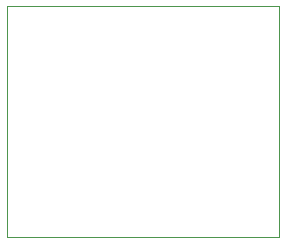
<source format=gm1>
G04 #@! TF.FileFunction,Profile,NP*
%FSLAX46Y46*%
G04 Gerber Fmt 4.6, Leading zero omitted, Abs format (unit mm)*
G04 Created by KiCad (PCBNEW 4.0.6) date Fri Jul 21 15:48:13 2017*
%MOMM*%
%LPD*%
G01*
G04 APERTURE LIST*
%ADD10C,0.100000*%
G04 APERTURE END LIST*
D10*
X79430000Y-59295000D02*
X79430000Y-54295000D01*
X74430000Y-59295000D02*
X79430000Y-59295000D01*
X79430000Y-39795000D02*
X79430000Y-44795000D01*
X74430000Y-39795000D02*
X79430000Y-39795000D01*
X56430000Y-59295000D02*
X59430000Y-59295000D01*
X56430000Y-39795000D02*
X56430000Y-59295000D01*
X59430000Y-39795000D02*
X56430000Y-39795000D01*
X79430000Y-54295000D02*
X79430000Y-44795000D01*
X59430000Y-59295000D02*
X74430000Y-59295000D01*
X74430000Y-39795000D02*
X59430000Y-39795000D01*
M02*

</source>
